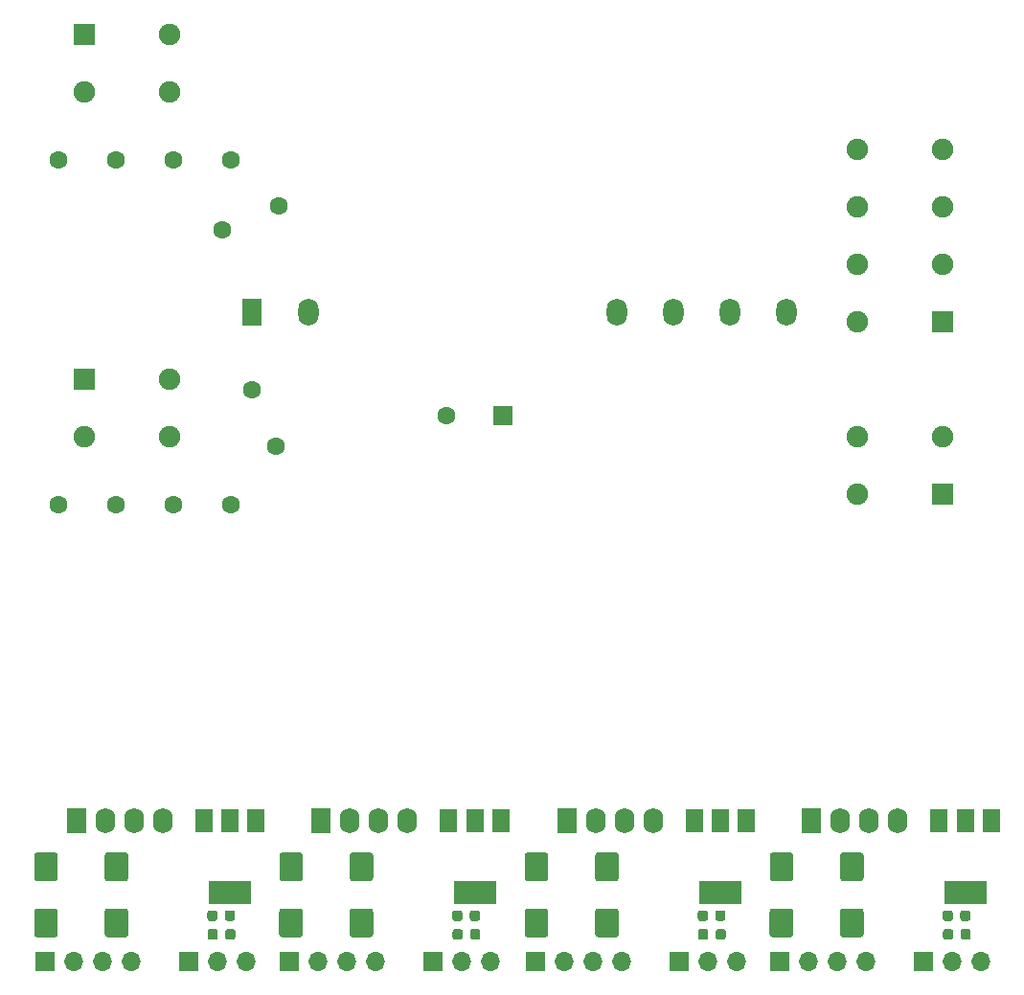
<source format=gbr>
%TF.GenerationSoftware,KiCad,Pcbnew,(5.1.10)-1*%
%TF.CreationDate,2022-01-19T08:42:30+07:00*%
%TF.ProjectId,PCB_2x_pnlz1_4,5043425f-3278-45f7-906e-6c7a315f342e,rev?*%
%TF.SameCoordinates,Original*%
%TF.FileFunction,Soldermask,Top*%
%TF.FilePolarity,Negative*%
%FSLAX46Y46*%
G04 Gerber Fmt 4.6, Leading zero omitted, Abs format (unit mm)*
G04 Created by KiCad (PCBNEW (5.1.10)-1) date 2022-01-19 08:42:30*
%MOMM*%
%LPD*%
G01*
G04 APERTURE LIST*
%ADD10O,1.750000X2.250000*%
%ADD11R,1.750000X2.250000*%
%ADD12R,1.500000X2.000000*%
%ADD13R,3.800000X2.000000*%
%ADD14C,1.900000*%
%ADD15R,1.900000X1.900000*%
%ADD16C,1.600000*%
%ADD17O,1.700000X1.700000*%
%ADD18R,1.700000X1.700000*%
%ADD19O,1.800000X2.400000*%
%ADD20R,1.800000X2.400000*%
G04 APERTURE END LIST*
%TO.C,C8*%
G36*
G01*
X67089500Y-128676000D02*
X67089500Y-126626000D01*
G75*
G02*
X67339500Y-126376000I250000J0D01*
G01*
X68914500Y-126376000D01*
G75*
G02*
X69164500Y-126626000I0J-250000D01*
G01*
X69164500Y-128676000D01*
G75*
G02*
X68914500Y-128926000I-250000J0D01*
G01*
X67339500Y-128926000D01*
G75*
G02*
X67089500Y-128676000I0J250000D01*
G01*
G37*
G36*
G01*
X73314500Y-128676000D02*
X73314500Y-126626000D01*
G75*
G02*
X73564500Y-126376000I250000J0D01*
G01*
X75139500Y-126376000D01*
G75*
G02*
X75389500Y-126626000I0J-250000D01*
G01*
X75389500Y-128676000D01*
G75*
G02*
X75139500Y-128926000I-250000J0D01*
G01*
X73564500Y-128926000D01*
G75*
G02*
X73314500Y-128676000I0J250000D01*
G01*
G37*
%TD*%
%TO.C,C15*%
G36*
G01*
X82385000Y-127266000D02*
X82385000Y-126766000D01*
G75*
G02*
X82610000Y-126541000I225000J0D01*
G01*
X83060000Y-126541000D01*
G75*
G02*
X83285000Y-126766000I0J-225000D01*
G01*
X83285000Y-127266000D01*
G75*
G02*
X83060000Y-127491000I-225000J0D01*
G01*
X82610000Y-127491000D01*
G75*
G02*
X82385000Y-127266000I0J225000D01*
G01*
G37*
G36*
G01*
X83935000Y-127266000D02*
X83935000Y-126766000D01*
G75*
G02*
X84160000Y-126541000I225000J0D01*
G01*
X84610000Y-126541000D01*
G75*
G02*
X84835000Y-126766000I0J-225000D01*
G01*
X84835000Y-127266000D01*
G75*
G02*
X84610000Y-127491000I-225000J0D01*
G01*
X84160000Y-127491000D01*
G75*
G02*
X83935000Y-127266000I0J225000D01*
G01*
G37*
%TD*%
%TO.C,C16*%
G36*
G01*
X82411000Y-128917000D02*
X82411000Y-128417000D01*
G75*
G02*
X82636000Y-128192000I225000J0D01*
G01*
X83086000Y-128192000D01*
G75*
G02*
X83311000Y-128417000I0J-225000D01*
G01*
X83311000Y-128917000D01*
G75*
G02*
X83086000Y-129142000I-225000J0D01*
G01*
X82636000Y-129142000D01*
G75*
G02*
X82411000Y-128917000I0J225000D01*
G01*
G37*
G36*
G01*
X83961000Y-128917000D02*
X83961000Y-128417000D01*
G75*
G02*
X84186000Y-128192000I225000J0D01*
G01*
X84636000Y-128192000D01*
G75*
G02*
X84861000Y-128417000I0J-225000D01*
G01*
X84861000Y-128917000D01*
G75*
G02*
X84636000Y-129142000I-225000J0D01*
G01*
X84186000Y-129142000D01*
G75*
G02*
X83961000Y-128917000I0J225000D01*
G01*
G37*
%TD*%
D10*
%TO.C,PS1*%
X78416000Y-118634000D03*
X75876000Y-118634000D03*
X73336000Y-118634000D03*
D11*
X70796000Y-118634000D03*
%TD*%
%TO.C,C15*%
G36*
G01*
X127285000Y-127266000D02*
X127285000Y-126766000D01*
G75*
G02*
X127510000Y-126541000I225000J0D01*
G01*
X127960000Y-126541000D01*
G75*
G02*
X128185000Y-126766000I0J-225000D01*
G01*
X128185000Y-127266000D01*
G75*
G02*
X127960000Y-127491000I-225000J0D01*
G01*
X127510000Y-127491000D01*
G75*
G02*
X127285000Y-127266000I0J225000D01*
G01*
G37*
G36*
G01*
X125735000Y-127266000D02*
X125735000Y-126766000D01*
G75*
G02*
X125960000Y-126541000I225000J0D01*
G01*
X126410000Y-126541000D01*
G75*
G02*
X126635000Y-126766000I0J-225000D01*
G01*
X126635000Y-127266000D01*
G75*
G02*
X126410000Y-127491000I-225000J0D01*
G01*
X125960000Y-127491000D01*
G75*
G02*
X125735000Y-127266000I0J225000D01*
G01*
G37*
%TD*%
%TO.C,C8*%
G36*
G01*
X116664500Y-128676000D02*
X116664500Y-126626000D01*
G75*
G02*
X116914500Y-126376000I250000J0D01*
G01*
X118489500Y-126376000D01*
G75*
G02*
X118739500Y-126626000I0J-250000D01*
G01*
X118739500Y-128676000D01*
G75*
G02*
X118489500Y-128926000I-250000J0D01*
G01*
X116914500Y-128926000D01*
G75*
G02*
X116664500Y-128676000I0J250000D01*
G01*
G37*
G36*
G01*
X110439500Y-128676000D02*
X110439500Y-126626000D01*
G75*
G02*
X110689500Y-126376000I250000J0D01*
G01*
X112264500Y-126376000D01*
G75*
G02*
X112514500Y-126626000I0J-250000D01*
G01*
X112514500Y-128676000D01*
G75*
G02*
X112264500Y-128926000I-250000J0D01*
G01*
X110689500Y-128926000D01*
G75*
G02*
X110439500Y-128676000I0J250000D01*
G01*
G37*
%TD*%
%TO.C,C7*%
G36*
G01*
X116666500Y-123723000D02*
X116666500Y-121673000D01*
G75*
G02*
X116916500Y-121423000I250000J0D01*
G01*
X118491500Y-121423000D01*
G75*
G02*
X118741500Y-121673000I0J-250000D01*
G01*
X118741500Y-123723000D01*
G75*
G02*
X118491500Y-123973000I-250000J0D01*
G01*
X116916500Y-123973000D01*
G75*
G02*
X116666500Y-123723000I0J250000D01*
G01*
G37*
G36*
G01*
X110441500Y-123723000D02*
X110441500Y-121673000D01*
G75*
G02*
X110691500Y-121423000I250000J0D01*
G01*
X112266500Y-121423000D01*
G75*
G02*
X112516500Y-121673000I0J-250000D01*
G01*
X112516500Y-123723000D01*
G75*
G02*
X112266500Y-123973000I-250000J0D01*
G01*
X110691500Y-123973000D01*
G75*
G02*
X110441500Y-123723000I0J250000D01*
G01*
G37*
%TD*%
D12*
%TO.C,U1*%
X130021000Y-118634000D03*
X125421000Y-118634000D03*
X127721000Y-118634000D03*
D13*
X127721000Y-124934000D03*
%TD*%
D11*
%TO.C,PS1*%
X114146000Y-118634000D03*
D10*
X116686000Y-118634000D03*
X119226000Y-118634000D03*
X121766000Y-118634000D03*
%TD*%
%TO.C,C16*%
G36*
G01*
X127311000Y-128917000D02*
X127311000Y-128417000D01*
G75*
G02*
X127536000Y-128192000I225000J0D01*
G01*
X127986000Y-128192000D01*
G75*
G02*
X128211000Y-128417000I0J-225000D01*
G01*
X128211000Y-128917000D01*
G75*
G02*
X127986000Y-129142000I-225000J0D01*
G01*
X127536000Y-129142000D01*
G75*
G02*
X127311000Y-128917000I0J225000D01*
G01*
G37*
G36*
G01*
X125761000Y-128917000D02*
X125761000Y-128417000D01*
G75*
G02*
X125986000Y-128192000I225000J0D01*
G01*
X126436000Y-128192000D01*
G75*
G02*
X126661000Y-128417000I0J-225000D01*
G01*
X126661000Y-128917000D01*
G75*
G02*
X126436000Y-129142000I-225000J0D01*
G01*
X125986000Y-129142000D01*
G75*
G02*
X125761000Y-128917000I0J225000D01*
G01*
G37*
%TD*%
D14*
%TO.C,XP1*%
X49896000Y-54160000D03*
X57416000Y-54160000D03*
D15*
X49896000Y-49080000D03*
D14*
X57416000Y-49080000D03*
%TD*%
D16*
%TO.C,RV1*%
X67088000Y-64285000D03*
X62088000Y-66385000D03*
%TD*%
%TO.C,F1*%
X57770000Y-60221000D03*
X47610000Y-60221000D03*
X62850000Y-60221000D03*
X52690000Y-60221000D03*
%TD*%
D17*
%TO.C,J1*%
X118972000Y-131080000D03*
X116432000Y-131080000D03*
X113892000Y-131080000D03*
D18*
X111352000Y-131080000D03*
%TD*%
D17*
%TO.C,J2*%
X129132000Y-131080000D03*
X126592000Y-131080000D03*
D18*
X124052000Y-131080000D03*
%TD*%
%TO.C,C7*%
G36*
G01*
X67091500Y-123723000D02*
X67091500Y-121673000D01*
G75*
G02*
X67341500Y-121423000I250000J0D01*
G01*
X68916500Y-121423000D01*
G75*
G02*
X69166500Y-121673000I0J-250000D01*
G01*
X69166500Y-123723000D01*
G75*
G02*
X68916500Y-123973000I-250000J0D01*
G01*
X67341500Y-123973000D01*
G75*
G02*
X67091500Y-123723000I0J250000D01*
G01*
G37*
G36*
G01*
X73316500Y-123723000D02*
X73316500Y-121673000D01*
G75*
G02*
X73566500Y-121423000I250000J0D01*
G01*
X75141500Y-121423000D01*
G75*
G02*
X75391500Y-121673000I0J-250000D01*
G01*
X75391500Y-123723000D01*
G75*
G02*
X75141500Y-123973000I-250000J0D01*
G01*
X73566500Y-123973000D01*
G75*
G02*
X73316500Y-123723000I0J250000D01*
G01*
G37*
%TD*%
D13*
%TO.C,U1*%
X106071000Y-124934000D03*
D12*
X106071000Y-118634000D03*
X103771000Y-118634000D03*
X108371000Y-118634000D03*
%TD*%
D18*
%TO.C,J1*%
X89702000Y-131080000D03*
D17*
X92242000Y-131080000D03*
X94782000Y-131080000D03*
X97322000Y-131080000D03*
%TD*%
D18*
%TO.C,J2*%
X102402000Y-131080000D03*
D17*
X104942000Y-131080000D03*
X107482000Y-131080000D03*
%TD*%
D18*
%TO.C,U3*%
X86900000Y-82827000D03*
D16*
X81900000Y-82827000D03*
%TD*%
D19*
%TO.C,U2*%
X106949500Y-73620000D03*
X101949500Y-73620000D03*
X96949500Y-73620000D03*
X69691500Y-73620000D03*
D20*
X64691500Y-73620000D03*
D19*
X111949500Y-73620000D03*
%TD*%
D14*
%TO.C,XP4*%
X125742000Y-84640000D03*
X118222000Y-84640000D03*
D15*
X125742000Y-89720000D03*
D14*
X118222000Y-89720000D03*
%TD*%
%TO.C,XP2*%
X49896000Y-84640000D03*
X57416000Y-84640000D03*
D15*
X49896000Y-79560000D03*
D14*
X57416000Y-79560000D03*
%TD*%
D16*
%TO.C,RV2*%
X64687000Y-80494000D03*
X66787000Y-85494000D03*
%TD*%
%TO.C,F2*%
X57770000Y-90701000D03*
X47610000Y-90701000D03*
X62850000Y-90701000D03*
X52690000Y-90701000D03*
%TD*%
D14*
%TO.C,XP3*%
X125742000Y-59240000D03*
X118222000Y-59240000D03*
X125742000Y-64320000D03*
X118222000Y-64320000D03*
X125742000Y-69400000D03*
X118222000Y-69400000D03*
D15*
X125742000Y-74480000D03*
D14*
X118222000Y-74480000D03*
%TD*%
D13*
%TO.C,U1*%
X62721000Y-124934000D03*
D12*
X62721000Y-118634000D03*
X60421000Y-118634000D03*
X65021000Y-118634000D03*
%TD*%
D18*
%TO.C,J1*%
X46352000Y-131080000D03*
D17*
X48892000Y-131080000D03*
X51432000Y-131080000D03*
X53972000Y-131080000D03*
%TD*%
D18*
%TO.C,J2*%
X59052000Y-131080000D03*
D17*
X61592000Y-131080000D03*
X64132000Y-131080000D03*
%TD*%
%TO.C,C8*%
G36*
G01*
X45439500Y-128676000D02*
X45439500Y-126626000D01*
G75*
G02*
X45689500Y-126376000I250000J0D01*
G01*
X47264500Y-126376000D01*
G75*
G02*
X47514500Y-126626000I0J-250000D01*
G01*
X47514500Y-128676000D01*
G75*
G02*
X47264500Y-128926000I-250000J0D01*
G01*
X45689500Y-128926000D01*
G75*
G02*
X45439500Y-128676000I0J250000D01*
G01*
G37*
G36*
G01*
X51664500Y-128676000D02*
X51664500Y-126626000D01*
G75*
G02*
X51914500Y-126376000I250000J0D01*
G01*
X53489500Y-126376000D01*
G75*
G02*
X53739500Y-126626000I0J-250000D01*
G01*
X53739500Y-128676000D01*
G75*
G02*
X53489500Y-128926000I-250000J0D01*
G01*
X51914500Y-128926000D01*
G75*
G02*
X51664500Y-128676000I0J250000D01*
G01*
G37*
%TD*%
%TO.C,C15*%
G36*
G01*
X60735000Y-127266000D02*
X60735000Y-126766000D01*
G75*
G02*
X60960000Y-126541000I225000J0D01*
G01*
X61410000Y-126541000D01*
G75*
G02*
X61635000Y-126766000I0J-225000D01*
G01*
X61635000Y-127266000D01*
G75*
G02*
X61410000Y-127491000I-225000J0D01*
G01*
X60960000Y-127491000D01*
G75*
G02*
X60735000Y-127266000I0J225000D01*
G01*
G37*
G36*
G01*
X62285000Y-127266000D02*
X62285000Y-126766000D01*
G75*
G02*
X62510000Y-126541000I225000J0D01*
G01*
X62960000Y-126541000D01*
G75*
G02*
X63185000Y-126766000I0J-225000D01*
G01*
X63185000Y-127266000D01*
G75*
G02*
X62960000Y-127491000I-225000J0D01*
G01*
X62510000Y-127491000D01*
G75*
G02*
X62285000Y-127266000I0J225000D01*
G01*
G37*
%TD*%
%TO.C,C16*%
G36*
G01*
X60761000Y-128917000D02*
X60761000Y-128417000D01*
G75*
G02*
X60986000Y-128192000I225000J0D01*
G01*
X61436000Y-128192000D01*
G75*
G02*
X61661000Y-128417000I0J-225000D01*
G01*
X61661000Y-128917000D01*
G75*
G02*
X61436000Y-129142000I-225000J0D01*
G01*
X60986000Y-129142000D01*
G75*
G02*
X60761000Y-128917000I0J225000D01*
G01*
G37*
G36*
G01*
X62311000Y-128917000D02*
X62311000Y-128417000D01*
G75*
G02*
X62536000Y-128192000I225000J0D01*
G01*
X62986000Y-128192000D01*
G75*
G02*
X63211000Y-128417000I0J-225000D01*
G01*
X63211000Y-128917000D01*
G75*
G02*
X62986000Y-129142000I-225000J0D01*
G01*
X62536000Y-129142000D01*
G75*
G02*
X62311000Y-128917000I0J225000D01*
G01*
G37*
%TD*%
D10*
%TO.C,PS1*%
X56766000Y-118634000D03*
X54226000Y-118634000D03*
X51686000Y-118634000D03*
D11*
X49146000Y-118634000D03*
%TD*%
D13*
%TO.C,U1*%
X84371000Y-124934000D03*
D12*
X84371000Y-118634000D03*
X82071000Y-118634000D03*
X86671000Y-118634000D03*
%TD*%
D18*
%TO.C,J1*%
X68002000Y-131080000D03*
D17*
X70542000Y-131080000D03*
X73082000Y-131080000D03*
X75622000Y-131080000D03*
%TD*%
D18*
%TO.C,J2*%
X80702000Y-131080000D03*
D17*
X83242000Y-131080000D03*
X85782000Y-131080000D03*
%TD*%
D10*
%TO.C,PS1*%
X100116000Y-118634000D03*
X97576000Y-118634000D03*
X95036000Y-118634000D03*
D11*
X92496000Y-118634000D03*
%TD*%
%TO.C,C16*%
G36*
G01*
X104111000Y-128917000D02*
X104111000Y-128417000D01*
G75*
G02*
X104336000Y-128192000I225000J0D01*
G01*
X104786000Y-128192000D01*
G75*
G02*
X105011000Y-128417000I0J-225000D01*
G01*
X105011000Y-128917000D01*
G75*
G02*
X104786000Y-129142000I-225000J0D01*
G01*
X104336000Y-129142000D01*
G75*
G02*
X104111000Y-128917000I0J225000D01*
G01*
G37*
G36*
G01*
X105661000Y-128917000D02*
X105661000Y-128417000D01*
G75*
G02*
X105886000Y-128192000I225000J0D01*
G01*
X106336000Y-128192000D01*
G75*
G02*
X106561000Y-128417000I0J-225000D01*
G01*
X106561000Y-128917000D01*
G75*
G02*
X106336000Y-129142000I-225000J0D01*
G01*
X105886000Y-129142000D01*
G75*
G02*
X105661000Y-128917000I0J225000D01*
G01*
G37*
%TD*%
%TO.C,C15*%
G36*
G01*
X104085000Y-127266000D02*
X104085000Y-126766000D01*
G75*
G02*
X104310000Y-126541000I225000J0D01*
G01*
X104760000Y-126541000D01*
G75*
G02*
X104985000Y-126766000I0J-225000D01*
G01*
X104985000Y-127266000D01*
G75*
G02*
X104760000Y-127491000I-225000J0D01*
G01*
X104310000Y-127491000D01*
G75*
G02*
X104085000Y-127266000I0J225000D01*
G01*
G37*
G36*
G01*
X105635000Y-127266000D02*
X105635000Y-126766000D01*
G75*
G02*
X105860000Y-126541000I225000J0D01*
G01*
X106310000Y-126541000D01*
G75*
G02*
X106535000Y-126766000I0J-225000D01*
G01*
X106535000Y-127266000D01*
G75*
G02*
X106310000Y-127491000I-225000J0D01*
G01*
X105860000Y-127491000D01*
G75*
G02*
X105635000Y-127266000I0J225000D01*
G01*
G37*
%TD*%
%TO.C,C8*%
G36*
G01*
X88789500Y-128676000D02*
X88789500Y-126626000D01*
G75*
G02*
X89039500Y-126376000I250000J0D01*
G01*
X90614500Y-126376000D01*
G75*
G02*
X90864500Y-126626000I0J-250000D01*
G01*
X90864500Y-128676000D01*
G75*
G02*
X90614500Y-128926000I-250000J0D01*
G01*
X89039500Y-128926000D01*
G75*
G02*
X88789500Y-128676000I0J250000D01*
G01*
G37*
G36*
G01*
X95014500Y-128676000D02*
X95014500Y-126626000D01*
G75*
G02*
X95264500Y-126376000I250000J0D01*
G01*
X96839500Y-126376000D01*
G75*
G02*
X97089500Y-126626000I0J-250000D01*
G01*
X97089500Y-128676000D01*
G75*
G02*
X96839500Y-128926000I-250000J0D01*
G01*
X95264500Y-128926000D01*
G75*
G02*
X95014500Y-128676000I0J250000D01*
G01*
G37*
%TD*%
%TO.C,C7*%
G36*
G01*
X88791500Y-123723000D02*
X88791500Y-121673000D01*
G75*
G02*
X89041500Y-121423000I250000J0D01*
G01*
X90616500Y-121423000D01*
G75*
G02*
X90866500Y-121673000I0J-250000D01*
G01*
X90866500Y-123723000D01*
G75*
G02*
X90616500Y-123973000I-250000J0D01*
G01*
X89041500Y-123973000D01*
G75*
G02*
X88791500Y-123723000I0J250000D01*
G01*
G37*
G36*
G01*
X95016500Y-123723000D02*
X95016500Y-121673000D01*
G75*
G02*
X95266500Y-121423000I250000J0D01*
G01*
X96841500Y-121423000D01*
G75*
G02*
X97091500Y-121673000I0J-250000D01*
G01*
X97091500Y-123723000D01*
G75*
G02*
X96841500Y-123973000I-250000J0D01*
G01*
X95266500Y-123973000D01*
G75*
G02*
X95016500Y-123723000I0J250000D01*
G01*
G37*
%TD*%
%TO.C,C7*%
G36*
G01*
X45441500Y-123723000D02*
X45441500Y-121673000D01*
G75*
G02*
X45691500Y-121423000I250000J0D01*
G01*
X47266500Y-121423000D01*
G75*
G02*
X47516500Y-121673000I0J-250000D01*
G01*
X47516500Y-123723000D01*
G75*
G02*
X47266500Y-123973000I-250000J0D01*
G01*
X45691500Y-123973000D01*
G75*
G02*
X45441500Y-123723000I0J250000D01*
G01*
G37*
G36*
G01*
X51666500Y-123723000D02*
X51666500Y-121673000D01*
G75*
G02*
X51916500Y-121423000I250000J0D01*
G01*
X53491500Y-121423000D01*
G75*
G02*
X53741500Y-121673000I0J-250000D01*
G01*
X53741500Y-123723000D01*
G75*
G02*
X53491500Y-123973000I-250000J0D01*
G01*
X51916500Y-123973000D01*
G75*
G02*
X51666500Y-123723000I0J250000D01*
G01*
G37*
%TD*%
M02*

</source>
